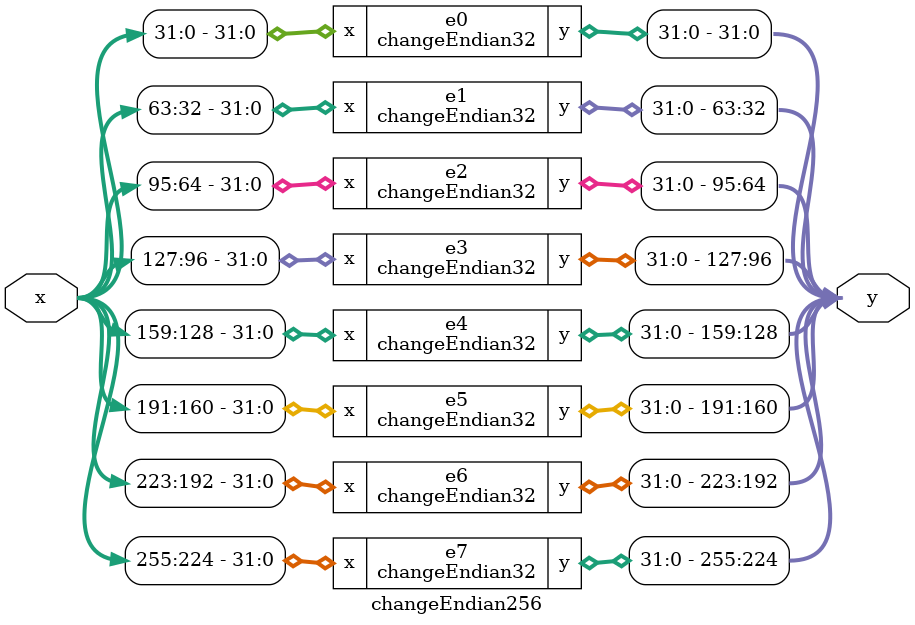
<source format=v>
`timescale 1ns / 1ps


`define IDX(x) (((x)+1)*(32)-1):((x)*(32)) 

module changeEndian32(x, y);
    input [31:0] x;
    output [31:0] y;
    
    assign y = {x[7:0], x[15:8], x[23:16], x[31:24]};
endmodule

module changeEndian256(x,y);
    input [255:0] x;
    output [255:0] y;
    
    changeEndian32 e0 (.x(x[`IDX(0)]), .y(y[`IDX(0)]));
    changeEndian32 e1 (.x(x[`IDX(1)]), .y(y[`IDX(1)]));
    changeEndian32 e2 (.x(x[`IDX(2)]), .y(y[`IDX(2)]));
    changeEndian32 e3 (.x(x[`IDX(3)]), .y(y[`IDX(3)]));
    changeEndian32 e4 (.x(x[`IDX(4)]), .y(y[`IDX(4)]));
    changeEndian32 e5 (.x(x[`IDX(5)]), .y(y[`IDX(5)]));
    changeEndian32 e6 (.x(x[`IDX(6)]), .y(y[`IDX(6)]));
    changeEndian32 e7 (.x(x[`IDX(7)]), .y(y[`IDX(7)]));
 
endmodule
    

</source>
